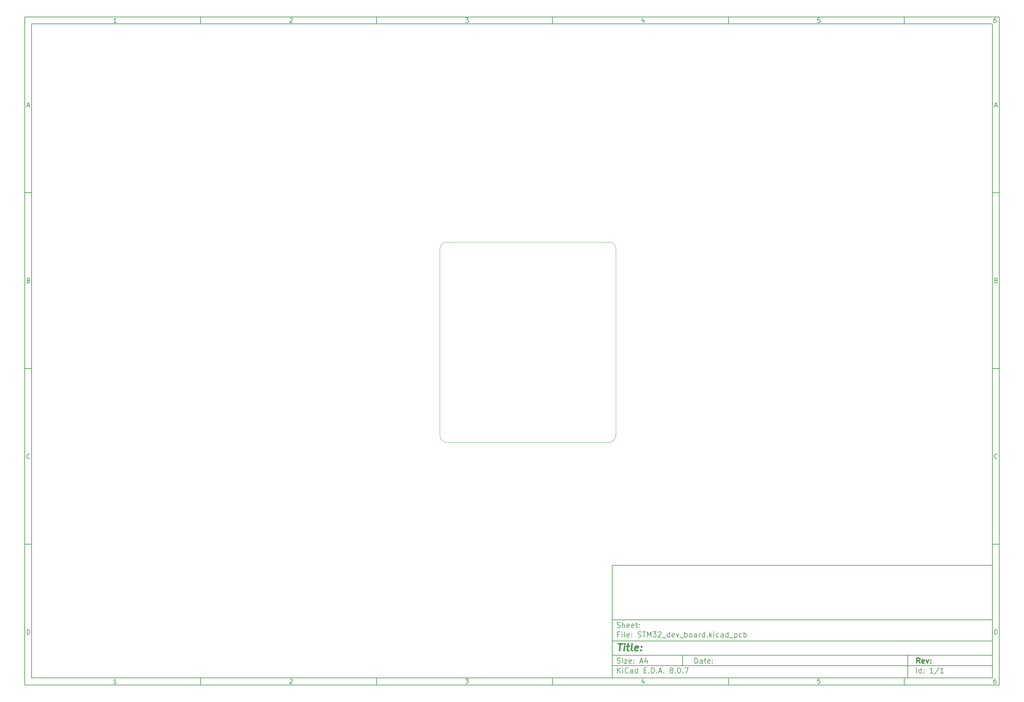
<source format=gbr>
%TF.GenerationSoftware,KiCad,Pcbnew,8.0.7*%
%TF.CreationDate,2025-02-16T19:40:28+01:00*%
%TF.ProjectId,STM32_dev_board,53544d33-325f-4646-9576-5f626f617264,rev?*%
%TF.SameCoordinates,Original*%
%TF.FileFunction,Profile,NP*%
%FSLAX46Y46*%
G04 Gerber Fmt 4.6, Leading zero omitted, Abs format (unit mm)*
G04 Created by KiCad (PCBNEW 8.0.7) date 2025-02-16 19:40:28*
%MOMM*%
%LPD*%
G01*
G04 APERTURE LIST*
%ADD10C,0.100000*%
%ADD11C,0.150000*%
%ADD12C,0.300000*%
%ADD13C,0.400000*%
%TA.AperFunction,Profile*%
%ADD14C,0.050000*%
%TD*%
G04 APERTURE END LIST*
D10*
D11*
X177002200Y-166007200D02*
X285002200Y-166007200D01*
X285002200Y-198007200D01*
X177002200Y-198007200D01*
X177002200Y-166007200D01*
D10*
D11*
X10000000Y-10000000D02*
X287002200Y-10000000D01*
X287002200Y-200007200D01*
X10000000Y-200007200D01*
X10000000Y-10000000D01*
D10*
D11*
X12000000Y-12000000D02*
X285002200Y-12000000D01*
X285002200Y-198007200D01*
X12000000Y-198007200D01*
X12000000Y-12000000D01*
D10*
D11*
X60000000Y-12000000D02*
X60000000Y-10000000D01*
D10*
D11*
X110000000Y-12000000D02*
X110000000Y-10000000D01*
D10*
D11*
X160000000Y-12000000D02*
X160000000Y-10000000D01*
D10*
D11*
X210000000Y-12000000D02*
X210000000Y-10000000D01*
D10*
D11*
X260000000Y-12000000D02*
X260000000Y-10000000D01*
D10*
D11*
X36089160Y-11593604D02*
X35346303Y-11593604D01*
X35717731Y-11593604D02*
X35717731Y-10293604D01*
X35717731Y-10293604D02*
X35593922Y-10479319D01*
X35593922Y-10479319D02*
X35470112Y-10603128D01*
X35470112Y-10603128D02*
X35346303Y-10665033D01*
D10*
D11*
X85346303Y-10417414D02*
X85408207Y-10355509D01*
X85408207Y-10355509D02*
X85532017Y-10293604D01*
X85532017Y-10293604D02*
X85841541Y-10293604D01*
X85841541Y-10293604D02*
X85965350Y-10355509D01*
X85965350Y-10355509D02*
X86027255Y-10417414D01*
X86027255Y-10417414D02*
X86089160Y-10541223D01*
X86089160Y-10541223D02*
X86089160Y-10665033D01*
X86089160Y-10665033D02*
X86027255Y-10850747D01*
X86027255Y-10850747D02*
X85284398Y-11593604D01*
X85284398Y-11593604D02*
X86089160Y-11593604D01*
D10*
D11*
X135284398Y-10293604D02*
X136089160Y-10293604D01*
X136089160Y-10293604D02*
X135655826Y-10788842D01*
X135655826Y-10788842D02*
X135841541Y-10788842D01*
X135841541Y-10788842D02*
X135965350Y-10850747D01*
X135965350Y-10850747D02*
X136027255Y-10912652D01*
X136027255Y-10912652D02*
X136089160Y-11036461D01*
X136089160Y-11036461D02*
X136089160Y-11345985D01*
X136089160Y-11345985D02*
X136027255Y-11469795D01*
X136027255Y-11469795D02*
X135965350Y-11531700D01*
X135965350Y-11531700D02*
X135841541Y-11593604D01*
X135841541Y-11593604D02*
X135470112Y-11593604D01*
X135470112Y-11593604D02*
X135346303Y-11531700D01*
X135346303Y-11531700D02*
X135284398Y-11469795D01*
D10*
D11*
X185965350Y-10726938D02*
X185965350Y-11593604D01*
X185655826Y-10231700D02*
X185346303Y-11160271D01*
X185346303Y-11160271D02*
X186151064Y-11160271D01*
D10*
D11*
X236027255Y-10293604D02*
X235408207Y-10293604D01*
X235408207Y-10293604D02*
X235346303Y-10912652D01*
X235346303Y-10912652D02*
X235408207Y-10850747D01*
X235408207Y-10850747D02*
X235532017Y-10788842D01*
X235532017Y-10788842D02*
X235841541Y-10788842D01*
X235841541Y-10788842D02*
X235965350Y-10850747D01*
X235965350Y-10850747D02*
X236027255Y-10912652D01*
X236027255Y-10912652D02*
X236089160Y-11036461D01*
X236089160Y-11036461D02*
X236089160Y-11345985D01*
X236089160Y-11345985D02*
X236027255Y-11469795D01*
X236027255Y-11469795D02*
X235965350Y-11531700D01*
X235965350Y-11531700D02*
X235841541Y-11593604D01*
X235841541Y-11593604D02*
X235532017Y-11593604D01*
X235532017Y-11593604D02*
X235408207Y-11531700D01*
X235408207Y-11531700D02*
X235346303Y-11469795D01*
D10*
D11*
X285965350Y-10293604D02*
X285717731Y-10293604D01*
X285717731Y-10293604D02*
X285593922Y-10355509D01*
X285593922Y-10355509D02*
X285532017Y-10417414D01*
X285532017Y-10417414D02*
X285408207Y-10603128D01*
X285408207Y-10603128D02*
X285346303Y-10850747D01*
X285346303Y-10850747D02*
X285346303Y-11345985D01*
X285346303Y-11345985D02*
X285408207Y-11469795D01*
X285408207Y-11469795D02*
X285470112Y-11531700D01*
X285470112Y-11531700D02*
X285593922Y-11593604D01*
X285593922Y-11593604D02*
X285841541Y-11593604D01*
X285841541Y-11593604D02*
X285965350Y-11531700D01*
X285965350Y-11531700D02*
X286027255Y-11469795D01*
X286027255Y-11469795D02*
X286089160Y-11345985D01*
X286089160Y-11345985D02*
X286089160Y-11036461D01*
X286089160Y-11036461D02*
X286027255Y-10912652D01*
X286027255Y-10912652D02*
X285965350Y-10850747D01*
X285965350Y-10850747D02*
X285841541Y-10788842D01*
X285841541Y-10788842D02*
X285593922Y-10788842D01*
X285593922Y-10788842D02*
X285470112Y-10850747D01*
X285470112Y-10850747D02*
X285408207Y-10912652D01*
X285408207Y-10912652D02*
X285346303Y-11036461D01*
D10*
D11*
X60000000Y-198007200D02*
X60000000Y-200007200D01*
D10*
D11*
X110000000Y-198007200D02*
X110000000Y-200007200D01*
D10*
D11*
X160000000Y-198007200D02*
X160000000Y-200007200D01*
D10*
D11*
X210000000Y-198007200D02*
X210000000Y-200007200D01*
D10*
D11*
X260000000Y-198007200D02*
X260000000Y-200007200D01*
D10*
D11*
X36089160Y-199600804D02*
X35346303Y-199600804D01*
X35717731Y-199600804D02*
X35717731Y-198300804D01*
X35717731Y-198300804D02*
X35593922Y-198486519D01*
X35593922Y-198486519D02*
X35470112Y-198610328D01*
X35470112Y-198610328D02*
X35346303Y-198672233D01*
D10*
D11*
X85346303Y-198424614D02*
X85408207Y-198362709D01*
X85408207Y-198362709D02*
X85532017Y-198300804D01*
X85532017Y-198300804D02*
X85841541Y-198300804D01*
X85841541Y-198300804D02*
X85965350Y-198362709D01*
X85965350Y-198362709D02*
X86027255Y-198424614D01*
X86027255Y-198424614D02*
X86089160Y-198548423D01*
X86089160Y-198548423D02*
X86089160Y-198672233D01*
X86089160Y-198672233D02*
X86027255Y-198857947D01*
X86027255Y-198857947D02*
X85284398Y-199600804D01*
X85284398Y-199600804D02*
X86089160Y-199600804D01*
D10*
D11*
X135284398Y-198300804D02*
X136089160Y-198300804D01*
X136089160Y-198300804D02*
X135655826Y-198796042D01*
X135655826Y-198796042D02*
X135841541Y-198796042D01*
X135841541Y-198796042D02*
X135965350Y-198857947D01*
X135965350Y-198857947D02*
X136027255Y-198919852D01*
X136027255Y-198919852D02*
X136089160Y-199043661D01*
X136089160Y-199043661D02*
X136089160Y-199353185D01*
X136089160Y-199353185D02*
X136027255Y-199476995D01*
X136027255Y-199476995D02*
X135965350Y-199538900D01*
X135965350Y-199538900D02*
X135841541Y-199600804D01*
X135841541Y-199600804D02*
X135470112Y-199600804D01*
X135470112Y-199600804D02*
X135346303Y-199538900D01*
X135346303Y-199538900D02*
X135284398Y-199476995D01*
D10*
D11*
X185965350Y-198734138D02*
X185965350Y-199600804D01*
X185655826Y-198238900D02*
X185346303Y-199167471D01*
X185346303Y-199167471D02*
X186151064Y-199167471D01*
D10*
D11*
X236027255Y-198300804D02*
X235408207Y-198300804D01*
X235408207Y-198300804D02*
X235346303Y-198919852D01*
X235346303Y-198919852D02*
X235408207Y-198857947D01*
X235408207Y-198857947D02*
X235532017Y-198796042D01*
X235532017Y-198796042D02*
X235841541Y-198796042D01*
X235841541Y-198796042D02*
X235965350Y-198857947D01*
X235965350Y-198857947D02*
X236027255Y-198919852D01*
X236027255Y-198919852D02*
X236089160Y-199043661D01*
X236089160Y-199043661D02*
X236089160Y-199353185D01*
X236089160Y-199353185D02*
X236027255Y-199476995D01*
X236027255Y-199476995D02*
X235965350Y-199538900D01*
X235965350Y-199538900D02*
X235841541Y-199600804D01*
X235841541Y-199600804D02*
X235532017Y-199600804D01*
X235532017Y-199600804D02*
X235408207Y-199538900D01*
X235408207Y-199538900D02*
X235346303Y-199476995D01*
D10*
D11*
X285965350Y-198300804D02*
X285717731Y-198300804D01*
X285717731Y-198300804D02*
X285593922Y-198362709D01*
X285593922Y-198362709D02*
X285532017Y-198424614D01*
X285532017Y-198424614D02*
X285408207Y-198610328D01*
X285408207Y-198610328D02*
X285346303Y-198857947D01*
X285346303Y-198857947D02*
X285346303Y-199353185D01*
X285346303Y-199353185D02*
X285408207Y-199476995D01*
X285408207Y-199476995D02*
X285470112Y-199538900D01*
X285470112Y-199538900D02*
X285593922Y-199600804D01*
X285593922Y-199600804D02*
X285841541Y-199600804D01*
X285841541Y-199600804D02*
X285965350Y-199538900D01*
X285965350Y-199538900D02*
X286027255Y-199476995D01*
X286027255Y-199476995D02*
X286089160Y-199353185D01*
X286089160Y-199353185D02*
X286089160Y-199043661D01*
X286089160Y-199043661D02*
X286027255Y-198919852D01*
X286027255Y-198919852D02*
X285965350Y-198857947D01*
X285965350Y-198857947D02*
X285841541Y-198796042D01*
X285841541Y-198796042D02*
X285593922Y-198796042D01*
X285593922Y-198796042D02*
X285470112Y-198857947D01*
X285470112Y-198857947D02*
X285408207Y-198919852D01*
X285408207Y-198919852D02*
X285346303Y-199043661D01*
D10*
D11*
X10000000Y-60000000D02*
X12000000Y-60000000D01*
D10*
D11*
X10000000Y-110000000D02*
X12000000Y-110000000D01*
D10*
D11*
X10000000Y-160000000D02*
X12000000Y-160000000D01*
D10*
D11*
X10690476Y-35222176D02*
X11309523Y-35222176D01*
X10566666Y-35593604D02*
X10999999Y-34293604D01*
X10999999Y-34293604D02*
X11433333Y-35593604D01*
D10*
D11*
X11092857Y-84912652D02*
X11278571Y-84974557D01*
X11278571Y-84974557D02*
X11340476Y-85036461D01*
X11340476Y-85036461D02*
X11402380Y-85160271D01*
X11402380Y-85160271D02*
X11402380Y-85345985D01*
X11402380Y-85345985D02*
X11340476Y-85469795D01*
X11340476Y-85469795D02*
X11278571Y-85531700D01*
X11278571Y-85531700D02*
X11154761Y-85593604D01*
X11154761Y-85593604D02*
X10659523Y-85593604D01*
X10659523Y-85593604D02*
X10659523Y-84293604D01*
X10659523Y-84293604D02*
X11092857Y-84293604D01*
X11092857Y-84293604D02*
X11216666Y-84355509D01*
X11216666Y-84355509D02*
X11278571Y-84417414D01*
X11278571Y-84417414D02*
X11340476Y-84541223D01*
X11340476Y-84541223D02*
X11340476Y-84665033D01*
X11340476Y-84665033D02*
X11278571Y-84788842D01*
X11278571Y-84788842D02*
X11216666Y-84850747D01*
X11216666Y-84850747D02*
X11092857Y-84912652D01*
X11092857Y-84912652D02*
X10659523Y-84912652D01*
D10*
D11*
X11402380Y-135469795D02*
X11340476Y-135531700D01*
X11340476Y-135531700D02*
X11154761Y-135593604D01*
X11154761Y-135593604D02*
X11030952Y-135593604D01*
X11030952Y-135593604D02*
X10845238Y-135531700D01*
X10845238Y-135531700D02*
X10721428Y-135407890D01*
X10721428Y-135407890D02*
X10659523Y-135284080D01*
X10659523Y-135284080D02*
X10597619Y-135036461D01*
X10597619Y-135036461D02*
X10597619Y-134850747D01*
X10597619Y-134850747D02*
X10659523Y-134603128D01*
X10659523Y-134603128D02*
X10721428Y-134479319D01*
X10721428Y-134479319D02*
X10845238Y-134355509D01*
X10845238Y-134355509D02*
X11030952Y-134293604D01*
X11030952Y-134293604D02*
X11154761Y-134293604D01*
X11154761Y-134293604D02*
X11340476Y-134355509D01*
X11340476Y-134355509D02*
X11402380Y-134417414D01*
D10*
D11*
X10659523Y-185593604D02*
X10659523Y-184293604D01*
X10659523Y-184293604D02*
X10969047Y-184293604D01*
X10969047Y-184293604D02*
X11154761Y-184355509D01*
X11154761Y-184355509D02*
X11278571Y-184479319D01*
X11278571Y-184479319D02*
X11340476Y-184603128D01*
X11340476Y-184603128D02*
X11402380Y-184850747D01*
X11402380Y-184850747D02*
X11402380Y-185036461D01*
X11402380Y-185036461D02*
X11340476Y-185284080D01*
X11340476Y-185284080D02*
X11278571Y-185407890D01*
X11278571Y-185407890D02*
X11154761Y-185531700D01*
X11154761Y-185531700D02*
X10969047Y-185593604D01*
X10969047Y-185593604D02*
X10659523Y-185593604D01*
D10*
D11*
X287002200Y-60000000D02*
X285002200Y-60000000D01*
D10*
D11*
X287002200Y-110000000D02*
X285002200Y-110000000D01*
D10*
D11*
X287002200Y-160000000D02*
X285002200Y-160000000D01*
D10*
D11*
X285692676Y-35222176D02*
X286311723Y-35222176D01*
X285568866Y-35593604D02*
X286002199Y-34293604D01*
X286002199Y-34293604D02*
X286435533Y-35593604D01*
D10*
D11*
X286095057Y-84912652D02*
X286280771Y-84974557D01*
X286280771Y-84974557D02*
X286342676Y-85036461D01*
X286342676Y-85036461D02*
X286404580Y-85160271D01*
X286404580Y-85160271D02*
X286404580Y-85345985D01*
X286404580Y-85345985D02*
X286342676Y-85469795D01*
X286342676Y-85469795D02*
X286280771Y-85531700D01*
X286280771Y-85531700D02*
X286156961Y-85593604D01*
X286156961Y-85593604D02*
X285661723Y-85593604D01*
X285661723Y-85593604D02*
X285661723Y-84293604D01*
X285661723Y-84293604D02*
X286095057Y-84293604D01*
X286095057Y-84293604D02*
X286218866Y-84355509D01*
X286218866Y-84355509D02*
X286280771Y-84417414D01*
X286280771Y-84417414D02*
X286342676Y-84541223D01*
X286342676Y-84541223D02*
X286342676Y-84665033D01*
X286342676Y-84665033D02*
X286280771Y-84788842D01*
X286280771Y-84788842D02*
X286218866Y-84850747D01*
X286218866Y-84850747D02*
X286095057Y-84912652D01*
X286095057Y-84912652D02*
X285661723Y-84912652D01*
D10*
D11*
X286404580Y-135469795D02*
X286342676Y-135531700D01*
X286342676Y-135531700D02*
X286156961Y-135593604D01*
X286156961Y-135593604D02*
X286033152Y-135593604D01*
X286033152Y-135593604D02*
X285847438Y-135531700D01*
X285847438Y-135531700D02*
X285723628Y-135407890D01*
X285723628Y-135407890D02*
X285661723Y-135284080D01*
X285661723Y-135284080D02*
X285599819Y-135036461D01*
X285599819Y-135036461D02*
X285599819Y-134850747D01*
X285599819Y-134850747D02*
X285661723Y-134603128D01*
X285661723Y-134603128D02*
X285723628Y-134479319D01*
X285723628Y-134479319D02*
X285847438Y-134355509D01*
X285847438Y-134355509D02*
X286033152Y-134293604D01*
X286033152Y-134293604D02*
X286156961Y-134293604D01*
X286156961Y-134293604D02*
X286342676Y-134355509D01*
X286342676Y-134355509D02*
X286404580Y-134417414D01*
D10*
D11*
X285661723Y-185593604D02*
X285661723Y-184293604D01*
X285661723Y-184293604D02*
X285971247Y-184293604D01*
X285971247Y-184293604D02*
X286156961Y-184355509D01*
X286156961Y-184355509D02*
X286280771Y-184479319D01*
X286280771Y-184479319D02*
X286342676Y-184603128D01*
X286342676Y-184603128D02*
X286404580Y-184850747D01*
X286404580Y-184850747D02*
X286404580Y-185036461D01*
X286404580Y-185036461D02*
X286342676Y-185284080D01*
X286342676Y-185284080D02*
X286280771Y-185407890D01*
X286280771Y-185407890D02*
X286156961Y-185531700D01*
X286156961Y-185531700D02*
X285971247Y-185593604D01*
X285971247Y-185593604D02*
X285661723Y-185593604D01*
D10*
D11*
X200458026Y-193793328D02*
X200458026Y-192293328D01*
X200458026Y-192293328D02*
X200815169Y-192293328D01*
X200815169Y-192293328D02*
X201029455Y-192364757D01*
X201029455Y-192364757D02*
X201172312Y-192507614D01*
X201172312Y-192507614D02*
X201243741Y-192650471D01*
X201243741Y-192650471D02*
X201315169Y-192936185D01*
X201315169Y-192936185D02*
X201315169Y-193150471D01*
X201315169Y-193150471D02*
X201243741Y-193436185D01*
X201243741Y-193436185D02*
X201172312Y-193579042D01*
X201172312Y-193579042D02*
X201029455Y-193721900D01*
X201029455Y-193721900D02*
X200815169Y-193793328D01*
X200815169Y-193793328D02*
X200458026Y-193793328D01*
X202600884Y-193793328D02*
X202600884Y-193007614D01*
X202600884Y-193007614D02*
X202529455Y-192864757D01*
X202529455Y-192864757D02*
X202386598Y-192793328D01*
X202386598Y-192793328D02*
X202100884Y-192793328D01*
X202100884Y-192793328D02*
X201958026Y-192864757D01*
X202600884Y-193721900D02*
X202458026Y-193793328D01*
X202458026Y-193793328D02*
X202100884Y-193793328D01*
X202100884Y-193793328D02*
X201958026Y-193721900D01*
X201958026Y-193721900D02*
X201886598Y-193579042D01*
X201886598Y-193579042D02*
X201886598Y-193436185D01*
X201886598Y-193436185D02*
X201958026Y-193293328D01*
X201958026Y-193293328D02*
X202100884Y-193221900D01*
X202100884Y-193221900D02*
X202458026Y-193221900D01*
X202458026Y-193221900D02*
X202600884Y-193150471D01*
X203100884Y-192793328D02*
X203672312Y-192793328D01*
X203315169Y-192293328D02*
X203315169Y-193579042D01*
X203315169Y-193579042D02*
X203386598Y-193721900D01*
X203386598Y-193721900D02*
X203529455Y-193793328D01*
X203529455Y-193793328D02*
X203672312Y-193793328D01*
X204743741Y-193721900D02*
X204600884Y-193793328D01*
X204600884Y-193793328D02*
X204315170Y-193793328D01*
X204315170Y-193793328D02*
X204172312Y-193721900D01*
X204172312Y-193721900D02*
X204100884Y-193579042D01*
X204100884Y-193579042D02*
X204100884Y-193007614D01*
X204100884Y-193007614D02*
X204172312Y-192864757D01*
X204172312Y-192864757D02*
X204315170Y-192793328D01*
X204315170Y-192793328D02*
X204600884Y-192793328D01*
X204600884Y-192793328D02*
X204743741Y-192864757D01*
X204743741Y-192864757D02*
X204815170Y-193007614D01*
X204815170Y-193007614D02*
X204815170Y-193150471D01*
X204815170Y-193150471D02*
X204100884Y-193293328D01*
X205458026Y-193650471D02*
X205529455Y-193721900D01*
X205529455Y-193721900D02*
X205458026Y-193793328D01*
X205458026Y-193793328D02*
X205386598Y-193721900D01*
X205386598Y-193721900D02*
X205458026Y-193650471D01*
X205458026Y-193650471D02*
X205458026Y-193793328D01*
X205458026Y-192864757D02*
X205529455Y-192936185D01*
X205529455Y-192936185D02*
X205458026Y-193007614D01*
X205458026Y-193007614D02*
X205386598Y-192936185D01*
X205386598Y-192936185D02*
X205458026Y-192864757D01*
X205458026Y-192864757D02*
X205458026Y-193007614D01*
D10*
D11*
X177002200Y-194507200D02*
X285002200Y-194507200D01*
D10*
D11*
X178458026Y-196593328D02*
X178458026Y-195093328D01*
X179315169Y-196593328D02*
X178672312Y-195736185D01*
X179315169Y-195093328D02*
X178458026Y-195950471D01*
X179958026Y-196593328D02*
X179958026Y-195593328D01*
X179958026Y-195093328D02*
X179886598Y-195164757D01*
X179886598Y-195164757D02*
X179958026Y-195236185D01*
X179958026Y-195236185D02*
X180029455Y-195164757D01*
X180029455Y-195164757D02*
X179958026Y-195093328D01*
X179958026Y-195093328D02*
X179958026Y-195236185D01*
X181529455Y-196450471D02*
X181458027Y-196521900D01*
X181458027Y-196521900D02*
X181243741Y-196593328D01*
X181243741Y-196593328D02*
X181100884Y-196593328D01*
X181100884Y-196593328D02*
X180886598Y-196521900D01*
X180886598Y-196521900D02*
X180743741Y-196379042D01*
X180743741Y-196379042D02*
X180672312Y-196236185D01*
X180672312Y-196236185D02*
X180600884Y-195950471D01*
X180600884Y-195950471D02*
X180600884Y-195736185D01*
X180600884Y-195736185D02*
X180672312Y-195450471D01*
X180672312Y-195450471D02*
X180743741Y-195307614D01*
X180743741Y-195307614D02*
X180886598Y-195164757D01*
X180886598Y-195164757D02*
X181100884Y-195093328D01*
X181100884Y-195093328D02*
X181243741Y-195093328D01*
X181243741Y-195093328D02*
X181458027Y-195164757D01*
X181458027Y-195164757D02*
X181529455Y-195236185D01*
X182815170Y-196593328D02*
X182815170Y-195807614D01*
X182815170Y-195807614D02*
X182743741Y-195664757D01*
X182743741Y-195664757D02*
X182600884Y-195593328D01*
X182600884Y-195593328D02*
X182315170Y-195593328D01*
X182315170Y-195593328D02*
X182172312Y-195664757D01*
X182815170Y-196521900D02*
X182672312Y-196593328D01*
X182672312Y-196593328D02*
X182315170Y-196593328D01*
X182315170Y-196593328D02*
X182172312Y-196521900D01*
X182172312Y-196521900D02*
X182100884Y-196379042D01*
X182100884Y-196379042D02*
X182100884Y-196236185D01*
X182100884Y-196236185D02*
X182172312Y-196093328D01*
X182172312Y-196093328D02*
X182315170Y-196021900D01*
X182315170Y-196021900D02*
X182672312Y-196021900D01*
X182672312Y-196021900D02*
X182815170Y-195950471D01*
X184172313Y-196593328D02*
X184172313Y-195093328D01*
X184172313Y-196521900D02*
X184029455Y-196593328D01*
X184029455Y-196593328D02*
X183743741Y-196593328D01*
X183743741Y-196593328D02*
X183600884Y-196521900D01*
X183600884Y-196521900D02*
X183529455Y-196450471D01*
X183529455Y-196450471D02*
X183458027Y-196307614D01*
X183458027Y-196307614D02*
X183458027Y-195879042D01*
X183458027Y-195879042D02*
X183529455Y-195736185D01*
X183529455Y-195736185D02*
X183600884Y-195664757D01*
X183600884Y-195664757D02*
X183743741Y-195593328D01*
X183743741Y-195593328D02*
X184029455Y-195593328D01*
X184029455Y-195593328D02*
X184172313Y-195664757D01*
X186029455Y-195807614D02*
X186529455Y-195807614D01*
X186743741Y-196593328D02*
X186029455Y-196593328D01*
X186029455Y-196593328D02*
X186029455Y-195093328D01*
X186029455Y-195093328D02*
X186743741Y-195093328D01*
X187386598Y-196450471D02*
X187458027Y-196521900D01*
X187458027Y-196521900D02*
X187386598Y-196593328D01*
X187386598Y-196593328D02*
X187315170Y-196521900D01*
X187315170Y-196521900D02*
X187386598Y-196450471D01*
X187386598Y-196450471D02*
X187386598Y-196593328D01*
X188100884Y-196593328D02*
X188100884Y-195093328D01*
X188100884Y-195093328D02*
X188458027Y-195093328D01*
X188458027Y-195093328D02*
X188672313Y-195164757D01*
X188672313Y-195164757D02*
X188815170Y-195307614D01*
X188815170Y-195307614D02*
X188886599Y-195450471D01*
X188886599Y-195450471D02*
X188958027Y-195736185D01*
X188958027Y-195736185D02*
X188958027Y-195950471D01*
X188958027Y-195950471D02*
X188886599Y-196236185D01*
X188886599Y-196236185D02*
X188815170Y-196379042D01*
X188815170Y-196379042D02*
X188672313Y-196521900D01*
X188672313Y-196521900D02*
X188458027Y-196593328D01*
X188458027Y-196593328D02*
X188100884Y-196593328D01*
X189600884Y-196450471D02*
X189672313Y-196521900D01*
X189672313Y-196521900D02*
X189600884Y-196593328D01*
X189600884Y-196593328D02*
X189529456Y-196521900D01*
X189529456Y-196521900D02*
X189600884Y-196450471D01*
X189600884Y-196450471D02*
X189600884Y-196593328D01*
X190243742Y-196164757D02*
X190958028Y-196164757D01*
X190100885Y-196593328D02*
X190600885Y-195093328D01*
X190600885Y-195093328D02*
X191100885Y-196593328D01*
X191600884Y-196450471D02*
X191672313Y-196521900D01*
X191672313Y-196521900D02*
X191600884Y-196593328D01*
X191600884Y-196593328D02*
X191529456Y-196521900D01*
X191529456Y-196521900D02*
X191600884Y-196450471D01*
X191600884Y-196450471D02*
X191600884Y-196593328D01*
X193672313Y-195736185D02*
X193529456Y-195664757D01*
X193529456Y-195664757D02*
X193458027Y-195593328D01*
X193458027Y-195593328D02*
X193386599Y-195450471D01*
X193386599Y-195450471D02*
X193386599Y-195379042D01*
X193386599Y-195379042D02*
X193458027Y-195236185D01*
X193458027Y-195236185D02*
X193529456Y-195164757D01*
X193529456Y-195164757D02*
X193672313Y-195093328D01*
X193672313Y-195093328D02*
X193958027Y-195093328D01*
X193958027Y-195093328D02*
X194100885Y-195164757D01*
X194100885Y-195164757D02*
X194172313Y-195236185D01*
X194172313Y-195236185D02*
X194243742Y-195379042D01*
X194243742Y-195379042D02*
X194243742Y-195450471D01*
X194243742Y-195450471D02*
X194172313Y-195593328D01*
X194172313Y-195593328D02*
X194100885Y-195664757D01*
X194100885Y-195664757D02*
X193958027Y-195736185D01*
X193958027Y-195736185D02*
X193672313Y-195736185D01*
X193672313Y-195736185D02*
X193529456Y-195807614D01*
X193529456Y-195807614D02*
X193458027Y-195879042D01*
X193458027Y-195879042D02*
X193386599Y-196021900D01*
X193386599Y-196021900D02*
X193386599Y-196307614D01*
X193386599Y-196307614D02*
X193458027Y-196450471D01*
X193458027Y-196450471D02*
X193529456Y-196521900D01*
X193529456Y-196521900D02*
X193672313Y-196593328D01*
X193672313Y-196593328D02*
X193958027Y-196593328D01*
X193958027Y-196593328D02*
X194100885Y-196521900D01*
X194100885Y-196521900D02*
X194172313Y-196450471D01*
X194172313Y-196450471D02*
X194243742Y-196307614D01*
X194243742Y-196307614D02*
X194243742Y-196021900D01*
X194243742Y-196021900D02*
X194172313Y-195879042D01*
X194172313Y-195879042D02*
X194100885Y-195807614D01*
X194100885Y-195807614D02*
X193958027Y-195736185D01*
X194886598Y-196450471D02*
X194958027Y-196521900D01*
X194958027Y-196521900D02*
X194886598Y-196593328D01*
X194886598Y-196593328D02*
X194815170Y-196521900D01*
X194815170Y-196521900D02*
X194886598Y-196450471D01*
X194886598Y-196450471D02*
X194886598Y-196593328D01*
X195886599Y-195093328D02*
X196029456Y-195093328D01*
X196029456Y-195093328D02*
X196172313Y-195164757D01*
X196172313Y-195164757D02*
X196243742Y-195236185D01*
X196243742Y-195236185D02*
X196315170Y-195379042D01*
X196315170Y-195379042D02*
X196386599Y-195664757D01*
X196386599Y-195664757D02*
X196386599Y-196021900D01*
X196386599Y-196021900D02*
X196315170Y-196307614D01*
X196315170Y-196307614D02*
X196243742Y-196450471D01*
X196243742Y-196450471D02*
X196172313Y-196521900D01*
X196172313Y-196521900D02*
X196029456Y-196593328D01*
X196029456Y-196593328D02*
X195886599Y-196593328D01*
X195886599Y-196593328D02*
X195743742Y-196521900D01*
X195743742Y-196521900D02*
X195672313Y-196450471D01*
X195672313Y-196450471D02*
X195600884Y-196307614D01*
X195600884Y-196307614D02*
X195529456Y-196021900D01*
X195529456Y-196021900D02*
X195529456Y-195664757D01*
X195529456Y-195664757D02*
X195600884Y-195379042D01*
X195600884Y-195379042D02*
X195672313Y-195236185D01*
X195672313Y-195236185D02*
X195743742Y-195164757D01*
X195743742Y-195164757D02*
X195886599Y-195093328D01*
X197029455Y-196450471D02*
X197100884Y-196521900D01*
X197100884Y-196521900D02*
X197029455Y-196593328D01*
X197029455Y-196593328D02*
X196958027Y-196521900D01*
X196958027Y-196521900D02*
X197029455Y-196450471D01*
X197029455Y-196450471D02*
X197029455Y-196593328D01*
X197600884Y-195093328D02*
X198600884Y-195093328D01*
X198600884Y-195093328D02*
X197958027Y-196593328D01*
D10*
D11*
X177002200Y-191507200D02*
X285002200Y-191507200D01*
D10*
D12*
X264413853Y-193785528D02*
X263913853Y-193071242D01*
X263556710Y-193785528D02*
X263556710Y-192285528D01*
X263556710Y-192285528D02*
X264128139Y-192285528D01*
X264128139Y-192285528D02*
X264270996Y-192356957D01*
X264270996Y-192356957D02*
X264342425Y-192428385D01*
X264342425Y-192428385D02*
X264413853Y-192571242D01*
X264413853Y-192571242D02*
X264413853Y-192785528D01*
X264413853Y-192785528D02*
X264342425Y-192928385D01*
X264342425Y-192928385D02*
X264270996Y-192999814D01*
X264270996Y-192999814D02*
X264128139Y-193071242D01*
X264128139Y-193071242D02*
X263556710Y-193071242D01*
X265628139Y-193714100D02*
X265485282Y-193785528D01*
X265485282Y-193785528D02*
X265199568Y-193785528D01*
X265199568Y-193785528D02*
X265056710Y-193714100D01*
X265056710Y-193714100D02*
X264985282Y-193571242D01*
X264985282Y-193571242D02*
X264985282Y-192999814D01*
X264985282Y-192999814D02*
X265056710Y-192856957D01*
X265056710Y-192856957D02*
X265199568Y-192785528D01*
X265199568Y-192785528D02*
X265485282Y-192785528D01*
X265485282Y-192785528D02*
X265628139Y-192856957D01*
X265628139Y-192856957D02*
X265699568Y-192999814D01*
X265699568Y-192999814D02*
X265699568Y-193142671D01*
X265699568Y-193142671D02*
X264985282Y-193285528D01*
X266199567Y-192785528D02*
X266556710Y-193785528D01*
X266556710Y-193785528D02*
X266913853Y-192785528D01*
X267485281Y-193642671D02*
X267556710Y-193714100D01*
X267556710Y-193714100D02*
X267485281Y-193785528D01*
X267485281Y-193785528D02*
X267413853Y-193714100D01*
X267413853Y-193714100D02*
X267485281Y-193642671D01*
X267485281Y-193642671D02*
X267485281Y-193785528D01*
X267485281Y-192856957D02*
X267556710Y-192928385D01*
X267556710Y-192928385D02*
X267485281Y-192999814D01*
X267485281Y-192999814D02*
X267413853Y-192928385D01*
X267413853Y-192928385D02*
X267485281Y-192856957D01*
X267485281Y-192856957D02*
X267485281Y-192999814D01*
D10*
D11*
X178386598Y-193721900D02*
X178600884Y-193793328D01*
X178600884Y-193793328D02*
X178958026Y-193793328D01*
X178958026Y-193793328D02*
X179100884Y-193721900D01*
X179100884Y-193721900D02*
X179172312Y-193650471D01*
X179172312Y-193650471D02*
X179243741Y-193507614D01*
X179243741Y-193507614D02*
X179243741Y-193364757D01*
X179243741Y-193364757D02*
X179172312Y-193221900D01*
X179172312Y-193221900D02*
X179100884Y-193150471D01*
X179100884Y-193150471D02*
X178958026Y-193079042D01*
X178958026Y-193079042D02*
X178672312Y-193007614D01*
X178672312Y-193007614D02*
X178529455Y-192936185D01*
X178529455Y-192936185D02*
X178458026Y-192864757D01*
X178458026Y-192864757D02*
X178386598Y-192721900D01*
X178386598Y-192721900D02*
X178386598Y-192579042D01*
X178386598Y-192579042D02*
X178458026Y-192436185D01*
X178458026Y-192436185D02*
X178529455Y-192364757D01*
X178529455Y-192364757D02*
X178672312Y-192293328D01*
X178672312Y-192293328D02*
X179029455Y-192293328D01*
X179029455Y-192293328D02*
X179243741Y-192364757D01*
X179886597Y-193793328D02*
X179886597Y-192793328D01*
X179886597Y-192293328D02*
X179815169Y-192364757D01*
X179815169Y-192364757D02*
X179886597Y-192436185D01*
X179886597Y-192436185D02*
X179958026Y-192364757D01*
X179958026Y-192364757D02*
X179886597Y-192293328D01*
X179886597Y-192293328D02*
X179886597Y-192436185D01*
X180458026Y-192793328D02*
X181243741Y-192793328D01*
X181243741Y-192793328D02*
X180458026Y-193793328D01*
X180458026Y-193793328D02*
X181243741Y-193793328D01*
X182386598Y-193721900D02*
X182243741Y-193793328D01*
X182243741Y-193793328D02*
X181958027Y-193793328D01*
X181958027Y-193793328D02*
X181815169Y-193721900D01*
X181815169Y-193721900D02*
X181743741Y-193579042D01*
X181743741Y-193579042D02*
X181743741Y-193007614D01*
X181743741Y-193007614D02*
X181815169Y-192864757D01*
X181815169Y-192864757D02*
X181958027Y-192793328D01*
X181958027Y-192793328D02*
X182243741Y-192793328D01*
X182243741Y-192793328D02*
X182386598Y-192864757D01*
X182386598Y-192864757D02*
X182458027Y-193007614D01*
X182458027Y-193007614D02*
X182458027Y-193150471D01*
X182458027Y-193150471D02*
X181743741Y-193293328D01*
X183100883Y-193650471D02*
X183172312Y-193721900D01*
X183172312Y-193721900D02*
X183100883Y-193793328D01*
X183100883Y-193793328D02*
X183029455Y-193721900D01*
X183029455Y-193721900D02*
X183100883Y-193650471D01*
X183100883Y-193650471D02*
X183100883Y-193793328D01*
X183100883Y-192864757D02*
X183172312Y-192936185D01*
X183172312Y-192936185D02*
X183100883Y-193007614D01*
X183100883Y-193007614D02*
X183029455Y-192936185D01*
X183029455Y-192936185D02*
X183100883Y-192864757D01*
X183100883Y-192864757D02*
X183100883Y-193007614D01*
X184886598Y-193364757D02*
X185600884Y-193364757D01*
X184743741Y-193793328D02*
X185243741Y-192293328D01*
X185243741Y-192293328D02*
X185743741Y-193793328D01*
X186886598Y-192793328D02*
X186886598Y-193793328D01*
X186529455Y-192221900D02*
X186172312Y-193293328D01*
X186172312Y-193293328D02*
X187100883Y-193293328D01*
D10*
D11*
X263458026Y-196593328D02*
X263458026Y-195093328D01*
X264815170Y-196593328D02*
X264815170Y-195093328D01*
X264815170Y-196521900D02*
X264672312Y-196593328D01*
X264672312Y-196593328D02*
X264386598Y-196593328D01*
X264386598Y-196593328D02*
X264243741Y-196521900D01*
X264243741Y-196521900D02*
X264172312Y-196450471D01*
X264172312Y-196450471D02*
X264100884Y-196307614D01*
X264100884Y-196307614D02*
X264100884Y-195879042D01*
X264100884Y-195879042D02*
X264172312Y-195736185D01*
X264172312Y-195736185D02*
X264243741Y-195664757D01*
X264243741Y-195664757D02*
X264386598Y-195593328D01*
X264386598Y-195593328D02*
X264672312Y-195593328D01*
X264672312Y-195593328D02*
X264815170Y-195664757D01*
X265529455Y-196450471D02*
X265600884Y-196521900D01*
X265600884Y-196521900D02*
X265529455Y-196593328D01*
X265529455Y-196593328D02*
X265458027Y-196521900D01*
X265458027Y-196521900D02*
X265529455Y-196450471D01*
X265529455Y-196450471D02*
X265529455Y-196593328D01*
X265529455Y-195664757D02*
X265600884Y-195736185D01*
X265600884Y-195736185D02*
X265529455Y-195807614D01*
X265529455Y-195807614D02*
X265458027Y-195736185D01*
X265458027Y-195736185D02*
X265529455Y-195664757D01*
X265529455Y-195664757D02*
X265529455Y-195807614D01*
X268172313Y-196593328D02*
X267315170Y-196593328D01*
X267743741Y-196593328D02*
X267743741Y-195093328D01*
X267743741Y-195093328D02*
X267600884Y-195307614D01*
X267600884Y-195307614D02*
X267458027Y-195450471D01*
X267458027Y-195450471D02*
X267315170Y-195521900D01*
X269886598Y-195021900D02*
X268600884Y-196950471D01*
X271172313Y-196593328D02*
X270315170Y-196593328D01*
X270743741Y-196593328D02*
X270743741Y-195093328D01*
X270743741Y-195093328D02*
X270600884Y-195307614D01*
X270600884Y-195307614D02*
X270458027Y-195450471D01*
X270458027Y-195450471D02*
X270315170Y-195521900D01*
D10*
D11*
X177002200Y-187507200D02*
X285002200Y-187507200D01*
D10*
D13*
X178693928Y-188211638D02*
X179836785Y-188211638D01*
X179015357Y-190211638D02*
X179265357Y-188211638D01*
X180253452Y-190211638D02*
X180420119Y-188878304D01*
X180503452Y-188211638D02*
X180396309Y-188306876D01*
X180396309Y-188306876D02*
X180479643Y-188402114D01*
X180479643Y-188402114D02*
X180586786Y-188306876D01*
X180586786Y-188306876D02*
X180503452Y-188211638D01*
X180503452Y-188211638D02*
X180479643Y-188402114D01*
X181086786Y-188878304D02*
X181848690Y-188878304D01*
X181455833Y-188211638D02*
X181241548Y-189925923D01*
X181241548Y-189925923D02*
X181312976Y-190116400D01*
X181312976Y-190116400D02*
X181491548Y-190211638D01*
X181491548Y-190211638D02*
X181682024Y-190211638D01*
X182634405Y-190211638D02*
X182455833Y-190116400D01*
X182455833Y-190116400D02*
X182384405Y-189925923D01*
X182384405Y-189925923D02*
X182598690Y-188211638D01*
X184170119Y-190116400D02*
X183967738Y-190211638D01*
X183967738Y-190211638D02*
X183586785Y-190211638D01*
X183586785Y-190211638D02*
X183408214Y-190116400D01*
X183408214Y-190116400D02*
X183336785Y-189925923D01*
X183336785Y-189925923D02*
X183432024Y-189164019D01*
X183432024Y-189164019D02*
X183551071Y-188973542D01*
X183551071Y-188973542D02*
X183753452Y-188878304D01*
X183753452Y-188878304D02*
X184134404Y-188878304D01*
X184134404Y-188878304D02*
X184312976Y-188973542D01*
X184312976Y-188973542D02*
X184384404Y-189164019D01*
X184384404Y-189164019D02*
X184360595Y-189354495D01*
X184360595Y-189354495D02*
X183384404Y-189544971D01*
X185134405Y-190021161D02*
X185217738Y-190116400D01*
X185217738Y-190116400D02*
X185110595Y-190211638D01*
X185110595Y-190211638D02*
X185027262Y-190116400D01*
X185027262Y-190116400D02*
X185134405Y-190021161D01*
X185134405Y-190021161D02*
X185110595Y-190211638D01*
X185265357Y-188973542D02*
X185348690Y-189068780D01*
X185348690Y-189068780D02*
X185241548Y-189164019D01*
X185241548Y-189164019D02*
X185158214Y-189068780D01*
X185158214Y-189068780D02*
X185265357Y-188973542D01*
X185265357Y-188973542D02*
X185241548Y-189164019D01*
D10*
D11*
X178958026Y-185607614D02*
X178458026Y-185607614D01*
X178458026Y-186393328D02*
X178458026Y-184893328D01*
X178458026Y-184893328D02*
X179172312Y-184893328D01*
X179743740Y-186393328D02*
X179743740Y-185393328D01*
X179743740Y-184893328D02*
X179672312Y-184964757D01*
X179672312Y-184964757D02*
X179743740Y-185036185D01*
X179743740Y-185036185D02*
X179815169Y-184964757D01*
X179815169Y-184964757D02*
X179743740Y-184893328D01*
X179743740Y-184893328D02*
X179743740Y-185036185D01*
X180672312Y-186393328D02*
X180529455Y-186321900D01*
X180529455Y-186321900D02*
X180458026Y-186179042D01*
X180458026Y-186179042D02*
X180458026Y-184893328D01*
X181815169Y-186321900D02*
X181672312Y-186393328D01*
X181672312Y-186393328D02*
X181386598Y-186393328D01*
X181386598Y-186393328D02*
X181243740Y-186321900D01*
X181243740Y-186321900D02*
X181172312Y-186179042D01*
X181172312Y-186179042D02*
X181172312Y-185607614D01*
X181172312Y-185607614D02*
X181243740Y-185464757D01*
X181243740Y-185464757D02*
X181386598Y-185393328D01*
X181386598Y-185393328D02*
X181672312Y-185393328D01*
X181672312Y-185393328D02*
X181815169Y-185464757D01*
X181815169Y-185464757D02*
X181886598Y-185607614D01*
X181886598Y-185607614D02*
X181886598Y-185750471D01*
X181886598Y-185750471D02*
X181172312Y-185893328D01*
X182529454Y-186250471D02*
X182600883Y-186321900D01*
X182600883Y-186321900D02*
X182529454Y-186393328D01*
X182529454Y-186393328D02*
X182458026Y-186321900D01*
X182458026Y-186321900D02*
X182529454Y-186250471D01*
X182529454Y-186250471D02*
X182529454Y-186393328D01*
X182529454Y-185464757D02*
X182600883Y-185536185D01*
X182600883Y-185536185D02*
X182529454Y-185607614D01*
X182529454Y-185607614D02*
X182458026Y-185536185D01*
X182458026Y-185536185D02*
X182529454Y-185464757D01*
X182529454Y-185464757D02*
X182529454Y-185607614D01*
X184315169Y-186321900D02*
X184529455Y-186393328D01*
X184529455Y-186393328D02*
X184886597Y-186393328D01*
X184886597Y-186393328D02*
X185029455Y-186321900D01*
X185029455Y-186321900D02*
X185100883Y-186250471D01*
X185100883Y-186250471D02*
X185172312Y-186107614D01*
X185172312Y-186107614D02*
X185172312Y-185964757D01*
X185172312Y-185964757D02*
X185100883Y-185821900D01*
X185100883Y-185821900D02*
X185029455Y-185750471D01*
X185029455Y-185750471D02*
X184886597Y-185679042D01*
X184886597Y-185679042D02*
X184600883Y-185607614D01*
X184600883Y-185607614D02*
X184458026Y-185536185D01*
X184458026Y-185536185D02*
X184386597Y-185464757D01*
X184386597Y-185464757D02*
X184315169Y-185321900D01*
X184315169Y-185321900D02*
X184315169Y-185179042D01*
X184315169Y-185179042D02*
X184386597Y-185036185D01*
X184386597Y-185036185D02*
X184458026Y-184964757D01*
X184458026Y-184964757D02*
X184600883Y-184893328D01*
X184600883Y-184893328D02*
X184958026Y-184893328D01*
X184958026Y-184893328D02*
X185172312Y-184964757D01*
X185600883Y-184893328D02*
X186458026Y-184893328D01*
X186029454Y-186393328D02*
X186029454Y-184893328D01*
X186958025Y-186393328D02*
X186958025Y-184893328D01*
X186958025Y-184893328D02*
X187458025Y-185964757D01*
X187458025Y-185964757D02*
X187958025Y-184893328D01*
X187958025Y-184893328D02*
X187958025Y-186393328D01*
X188529454Y-184893328D02*
X189458026Y-184893328D01*
X189458026Y-184893328D02*
X188958026Y-185464757D01*
X188958026Y-185464757D02*
X189172311Y-185464757D01*
X189172311Y-185464757D02*
X189315169Y-185536185D01*
X189315169Y-185536185D02*
X189386597Y-185607614D01*
X189386597Y-185607614D02*
X189458026Y-185750471D01*
X189458026Y-185750471D02*
X189458026Y-186107614D01*
X189458026Y-186107614D02*
X189386597Y-186250471D01*
X189386597Y-186250471D02*
X189315169Y-186321900D01*
X189315169Y-186321900D02*
X189172311Y-186393328D01*
X189172311Y-186393328D02*
X188743740Y-186393328D01*
X188743740Y-186393328D02*
X188600883Y-186321900D01*
X188600883Y-186321900D02*
X188529454Y-186250471D01*
X190029454Y-185036185D02*
X190100882Y-184964757D01*
X190100882Y-184964757D02*
X190243740Y-184893328D01*
X190243740Y-184893328D02*
X190600882Y-184893328D01*
X190600882Y-184893328D02*
X190743740Y-184964757D01*
X190743740Y-184964757D02*
X190815168Y-185036185D01*
X190815168Y-185036185D02*
X190886597Y-185179042D01*
X190886597Y-185179042D02*
X190886597Y-185321900D01*
X190886597Y-185321900D02*
X190815168Y-185536185D01*
X190815168Y-185536185D02*
X189958025Y-186393328D01*
X189958025Y-186393328D02*
X190886597Y-186393328D01*
X191172311Y-186536185D02*
X192315168Y-186536185D01*
X193315168Y-186393328D02*
X193315168Y-184893328D01*
X193315168Y-186321900D02*
X193172310Y-186393328D01*
X193172310Y-186393328D02*
X192886596Y-186393328D01*
X192886596Y-186393328D02*
X192743739Y-186321900D01*
X192743739Y-186321900D02*
X192672310Y-186250471D01*
X192672310Y-186250471D02*
X192600882Y-186107614D01*
X192600882Y-186107614D02*
X192600882Y-185679042D01*
X192600882Y-185679042D02*
X192672310Y-185536185D01*
X192672310Y-185536185D02*
X192743739Y-185464757D01*
X192743739Y-185464757D02*
X192886596Y-185393328D01*
X192886596Y-185393328D02*
X193172310Y-185393328D01*
X193172310Y-185393328D02*
X193315168Y-185464757D01*
X194600882Y-186321900D02*
X194458025Y-186393328D01*
X194458025Y-186393328D02*
X194172311Y-186393328D01*
X194172311Y-186393328D02*
X194029453Y-186321900D01*
X194029453Y-186321900D02*
X193958025Y-186179042D01*
X193958025Y-186179042D02*
X193958025Y-185607614D01*
X193958025Y-185607614D02*
X194029453Y-185464757D01*
X194029453Y-185464757D02*
X194172311Y-185393328D01*
X194172311Y-185393328D02*
X194458025Y-185393328D01*
X194458025Y-185393328D02*
X194600882Y-185464757D01*
X194600882Y-185464757D02*
X194672311Y-185607614D01*
X194672311Y-185607614D02*
X194672311Y-185750471D01*
X194672311Y-185750471D02*
X193958025Y-185893328D01*
X195172310Y-185393328D02*
X195529453Y-186393328D01*
X195529453Y-186393328D02*
X195886596Y-185393328D01*
X196100882Y-186536185D02*
X197243739Y-186536185D01*
X197600881Y-186393328D02*
X197600881Y-184893328D01*
X197600881Y-185464757D02*
X197743739Y-185393328D01*
X197743739Y-185393328D02*
X198029453Y-185393328D01*
X198029453Y-185393328D02*
X198172310Y-185464757D01*
X198172310Y-185464757D02*
X198243739Y-185536185D01*
X198243739Y-185536185D02*
X198315167Y-185679042D01*
X198315167Y-185679042D02*
X198315167Y-186107614D01*
X198315167Y-186107614D02*
X198243739Y-186250471D01*
X198243739Y-186250471D02*
X198172310Y-186321900D01*
X198172310Y-186321900D02*
X198029453Y-186393328D01*
X198029453Y-186393328D02*
X197743739Y-186393328D01*
X197743739Y-186393328D02*
X197600881Y-186321900D01*
X199172310Y-186393328D02*
X199029453Y-186321900D01*
X199029453Y-186321900D02*
X198958024Y-186250471D01*
X198958024Y-186250471D02*
X198886596Y-186107614D01*
X198886596Y-186107614D02*
X198886596Y-185679042D01*
X198886596Y-185679042D02*
X198958024Y-185536185D01*
X198958024Y-185536185D02*
X199029453Y-185464757D01*
X199029453Y-185464757D02*
X199172310Y-185393328D01*
X199172310Y-185393328D02*
X199386596Y-185393328D01*
X199386596Y-185393328D02*
X199529453Y-185464757D01*
X199529453Y-185464757D02*
X199600882Y-185536185D01*
X199600882Y-185536185D02*
X199672310Y-185679042D01*
X199672310Y-185679042D02*
X199672310Y-186107614D01*
X199672310Y-186107614D02*
X199600882Y-186250471D01*
X199600882Y-186250471D02*
X199529453Y-186321900D01*
X199529453Y-186321900D02*
X199386596Y-186393328D01*
X199386596Y-186393328D02*
X199172310Y-186393328D01*
X200958025Y-186393328D02*
X200958025Y-185607614D01*
X200958025Y-185607614D02*
X200886596Y-185464757D01*
X200886596Y-185464757D02*
X200743739Y-185393328D01*
X200743739Y-185393328D02*
X200458025Y-185393328D01*
X200458025Y-185393328D02*
X200315167Y-185464757D01*
X200958025Y-186321900D02*
X200815167Y-186393328D01*
X200815167Y-186393328D02*
X200458025Y-186393328D01*
X200458025Y-186393328D02*
X200315167Y-186321900D01*
X200315167Y-186321900D02*
X200243739Y-186179042D01*
X200243739Y-186179042D02*
X200243739Y-186036185D01*
X200243739Y-186036185D02*
X200315167Y-185893328D01*
X200315167Y-185893328D02*
X200458025Y-185821900D01*
X200458025Y-185821900D02*
X200815167Y-185821900D01*
X200815167Y-185821900D02*
X200958025Y-185750471D01*
X201672310Y-186393328D02*
X201672310Y-185393328D01*
X201672310Y-185679042D02*
X201743739Y-185536185D01*
X201743739Y-185536185D02*
X201815168Y-185464757D01*
X201815168Y-185464757D02*
X201958025Y-185393328D01*
X201958025Y-185393328D02*
X202100882Y-185393328D01*
X203243739Y-186393328D02*
X203243739Y-184893328D01*
X203243739Y-186321900D02*
X203100881Y-186393328D01*
X203100881Y-186393328D02*
X202815167Y-186393328D01*
X202815167Y-186393328D02*
X202672310Y-186321900D01*
X202672310Y-186321900D02*
X202600881Y-186250471D01*
X202600881Y-186250471D02*
X202529453Y-186107614D01*
X202529453Y-186107614D02*
X202529453Y-185679042D01*
X202529453Y-185679042D02*
X202600881Y-185536185D01*
X202600881Y-185536185D02*
X202672310Y-185464757D01*
X202672310Y-185464757D02*
X202815167Y-185393328D01*
X202815167Y-185393328D02*
X203100881Y-185393328D01*
X203100881Y-185393328D02*
X203243739Y-185464757D01*
X203958024Y-186250471D02*
X204029453Y-186321900D01*
X204029453Y-186321900D02*
X203958024Y-186393328D01*
X203958024Y-186393328D02*
X203886596Y-186321900D01*
X203886596Y-186321900D02*
X203958024Y-186250471D01*
X203958024Y-186250471D02*
X203958024Y-186393328D01*
X204672310Y-186393328D02*
X204672310Y-184893328D01*
X204815168Y-185821900D02*
X205243739Y-186393328D01*
X205243739Y-185393328D02*
X204672310Y-185964757D01*
X205886596Y-186393328D02*
X205886596Y-185393328D01*
X205886596Y-184893328D02*
X205815168Y-184964757D01*
X205815168Y-184964757D02*
X205886596Y-185036185D01*
X205886596Y-185036185D02*
X205958025Y-184964757D01*
X205958025Y-184964757D02*
X205886596Y-184893328D01*
X205886596Y-184893328D02*
X205886596Y-185036185D01*
X207243740Y-186321900D02*
X207100882Y-186393328D01*
X207100882Y-186393328D02*
X206815168Y-186393328D01*
X206815168Y-186393328D02*
X206672311Y-186321900D01*
X206672311Y-186321900D02*
X206600882Y-186250471D01*
X206600882Y-186250471D02*
X206529454Y-186107614D01*
X206529454Y-186107614D02*
X206529454Y-185679042D01*
X206529454Y-185679042D02*
X206600882Y-185536185D01*
X206600882Y-185536185D02*
X206672311Y-185464757D01*
X206672311Y-185464757D02*
X206815168Y-185393328D01*
X206815168Y-185393328D02*
X207100882Y-185393328D01*
X207100882Y-185393328D02*
X207243740Y-185464757D01*
X208529454Y-186393328D02*
X208529454Y-185607614D01*
X208529454Y-185607614D02*
X208458025Y-185464757D01*
X208458025Y-185464757D02*
X208315168Y-185393328D01*
X208315168Y-185393328D02*
X208029454Y-185393328D01*
X208029454Y-185393328D02*
X207886596Y-185464757D01*
X208529454Y-186321900D02*
X208386596Y-186393328D01*
X208386596Y-186393328D02*
X208029454Y-186393328D01*
X208029454Y-186393328D02*
X207886596Y-186321900D01*
X207886596Y-186321900D02*
X207815168Y-186179042D01*
X207815168Y-186179042D02*
X207815168Y-186036185D01*
X207815168Y-186036185D02*
X207886596Y-185893328D01*
X207886596Y-185893328D02*
X208029454Y-185821900D01*
X208029454Y-185821900D02*
X208386596Y-185821900D01*
X208386596Y-185821900D02*
X208529454Y-185750471D01*
X209886597Y-186393328D02*
X209886597Y-184893328D01*
X209886597Y-186321900D02*
X209743739Y-186393328D01*
X209743739Y-186393328D02*
X209458025Y-186393328D01*
X209458025Y-186393328D02*
X209315168Y-186321900D01*
X209315168Y-186321900D02*
X209243739Y-186250471D01*
X209243739Y-186250471D02*
X209172311Y-186107614D01*
X209172311Y-186107614D02*
X209172311Y-185679042D01*
X209172311Y-185679042D02*
X209243739Y-185536185D01*
X209243739Y-185536185D02*
X209315168Y-185464757D01*
X209315168Y-185464757D02*
X209458025Y-185393328D01*
X209458025Y-185393328D02*
X209743739Y-185393328D01*
X209743739Y-185393328D02*
X209886597Y-185464757D01*
X210243740Y-186536185D02*
X211386597Y-186536185D01*
X211743739Y-185393328D02*
X211743739Y-186893328D01*
X211743739Y-185464757D02*
X211886597Y-185393328D01*
X211886597Y-185393328D02*
X212172311Y-185393328D01*
X212172311Y-185393328D02*
X212315168Y-185464757D01*
X212315168Y-185464757D02*
X212386597Y-185536185D01*
X212386597Y-185536185D02*
X212458025Y-185679042D01*
X212458025Y-185679042D02*
X212458025Y-186107614D01*
X212458025Y-186107614D02*
X212386597Y-186250471D01*
X212386597Y-186250471D02*
X212315168Y-186321900D01*
X212315168Y-186321900D02*
X212172311Y-186393328D01*
X212172311Y-186393328D02*
X211886597Y-186393328D01*
X211886597Y-186393328D02*
X211743739Y-186321900D01*
X213743740Y-186321900D02*
X213600882Y-186393328D01*
X213600882Y-186393328D02*
X213315168Y-186393328D01*
X213315168Y-186393328D02*
X213172311Y-186321900D01*
X213172311Y-186321900D02*
X213100882Y-186250471D01*
X213100882Y-186250471D02*
X213029454Y-186107614D01*
X213029454Y-186107614D02*
X213029454Y-185679042D01*
X213029454Y-185679042D02*
X213100882Y-185536185D01*
X213100882Y-185536185D02*
X213172311Y-185464757D01*
X213172311Y-185464757D02*
X213315168Y-185393328D01*
X213315168Y-185393328D02*
X213600882Y-185393328D01*
X213600882Y-185393328D02*
X213743740Y-185464757D01*
X214386596Y-186393328D02*
X214386596Y-184893328D01*
X214386596Y-185464757D02*
X214529454Y-185393328D01*
X214529454Y-185393328D02*
X214815168Y-185393328D01*
X214815168Y-185393328D02*
X214958025Y-185464757D01*
X214958025Y-185464757D02*
X215029454Y-185536185D01*
X215029454Y-185536185D02*
X215100882Y-185679042D01*
X215100882Y-185679042D02*
X215100882Y-186107614D01*
X215100882Y-186107614D02*
X215029454Y-186250471D01*
X215029454Y-186250471D02*
X214958025Y-186321900D01*
X214958025Y-186321900D02*
X214815168Y-186393328D01*
X214815168Y-186393328D02*
X214529454Y-186393328D01*
X214529454Y-186393328D02*
X214386596Y-186321900D01*
D10*
D11*
X177002200Y-181507200D02*
X285002200Y-181507200D01*
D10*
D11*
X178386598Y-183621900D02*
X178600884Y-183693328D01*
X178600884Y-183693328D02*
X178958026Y-183693328D01*
X178958026Y-183693328D02*
X179100884Y-183621900D01*
X179100884Y-183621900D02*
X179172312Y-183550471D01*
X179172312Y-183550471D02*
X179243741Y-183407614D01*
X179243741Y-183407614D02*
X179243741Y-183264757D01*
X179243741Y-183264757D02*
X179172312Y-183121900D01*
X179172312Y-183121900D02*
X179100884Y-183050471D01*
X179100884Y-183050471D02*
X178958026Y-182979042D01*
X178958026Y-182979042D02*
X178672312Y-182907614D01*
X178672312Y-182907614D02*
X178529455Y-182836185D01*
X178529455Y-182836185D02*
X178458026Y-182764757D01*
X178458026Y-182764757D02*
X178386598Y-182621900D01*
X178386598Y-182621900D02*
X178386598Y-182479042D01*
X178386598Y-182479042D02*
X178458026Y-182336185D01*
X178458026Y-182336185D02*
X178529455Y-182264757D01*
X178529455Y-182264757D02*
X178672312Y-182193328D01*
X178672312Y-182193328D02*
X179029455Y-182193328D01*
X179029455Y-182193328D02*
X179243741Y-182264757D01*
X179886597Y-183693328D02*
X179886597Y-182193328D01*
X180529455Y-183693328D02*
X180529455Y-182907614D01*
X180529455Y-182907614D02*
X180458026Y-182764757D01*
X180458026Y-182764757D02*
X180315169Y-182693328D01*
X180315169Y-182693328D02*
X180100883Y-182693328D01*
X180100883Y-182693328D02*
X179958026Y-182764757D01*
X179958026Y-182764757D02*
X179886597Y-182836185D01*
X181815169Y-183621900D02*
X181672312Y-183693328D01*
X181672312Y-183693328D02*
X181386598Y-183693328D01*
X181386598Y-183693328D02*
X181243740Y-183621900D01*
X181243740Y-183621900D02*
X181172312Y-183479042D01*
X181172312Y-183479042D02*
X181172312Y-182907614D01*
X181172312Y-182907614D02*
X181243740Y-182764757D01*
X181243740Y-182764757D02*
X181386598Y-182693328D01*
X181386598Y-182693328D02*
X181672312Y-182693328D01*
X181672312Y-182693328D02*
X181815169Y-182764757D01*
X181815169Y-182764757D02*
X181886598Y-182907614D01*
X181886598Y-182907614D02*
X181886598Y-183050471D01*
X181886598Y-183050471D02*
X181172312Y-183193328D01*
X183100883Y-183621900D02*
X182958026Y-183693328D01*
X182958026Y-183693328D02*
X182672312Y-183693328D01*
X182672312Y-183693328D02*
X182529454Y-183621900D01*
X182529454Y-183621900D02*
X182458026Y-183479042D01*
X182458026Y-183479042D02*
X182458026Y-182907614D01*
X182458026Y-182907614D02*
X182529454Y-182764757D01*
X182529454Y-182764757D02*
X182672312Y-182693328D01*
X182672312Y-182693328D02*
X182958026Y-182693328D01*
X182958026Y-182693328D02*
X183100883Y-182764757D01*
X183100883Y-182764757D02*
X183172312Y-182907614D01*
X183172312Y-182907614D02*
X183172312Y-183050471D01*
X183172312Y-183050471D02*
X182458026Y-183193328D01*
X183600883Y-182693328D02*
X184172311Y-182693328D01*
X183815168Y-182193328D02*
X183815168Y-183479042D01*
X183815168Y-183479042D02*
X183886597Y-183621900D01*
X183886597Y-183621900D02*
X184029454Y-183693328D01*
X184029454Y-183693328D02*
X184172311Y-183693328D01*
X184672311Y-183550471D02*
X184743740Y-183621900D01*
X184743740Y-183621900D02*
X184672311Y-183693328D01*
X184672311Y-183693328D02*
X184600883Y-183621900D01*
X184600883Y-183621900D02*
X184672311Y-183550471D01*
X184672311Y-183550471D02*
X184672311Y-183693328D01*
X184672311Y-182764757D02*
X184743740Y-182836185D01*
X184743740Y-182836185D02*
X184672311Y-182907614D01*
X184672311Y-182907614D02*
X184600883Y-182836185D01*
X184600883Y-182836185D02*
X184672311Y-182764757D01*
X184672311Y-182764757D02*
X184672311Y-182907614D01*
D10*
D11*
X197002200Y-191507200D02*
X197002200Y-194507200D01*
D10*
D11*
X261002200Y-191507200D02*
X261002200Y-198007200D01*
D14*
X130000000Y-74000000D02*
X176000000Y-74000000D01*
X176000000Y-131000000D02*
X130000000Y-131000000D01*
X128000000Y-129000000D02*
X128000000Y-76000000D01*
X176000000Y-74000000D02*
G75*
G02*
X178000000Y-76000000I0J-2000000D01*
G01*
X128000000Y-76000000D02*
G75*
G02*
X130000000Y-74000000I2000000J0D01*
G01*
X178000000Y-129000000D02*
G75*
G02*
X176000000Y-131000000I-2000000J0D01*
G01*
X178000000Y-76000000D02*
X178000000Y-129000000D01*
X130000000Y-131000000D02*
G75*
G02*
X128000000Y-129000000I0J2000000D01*
G01*
M02*

</source>
